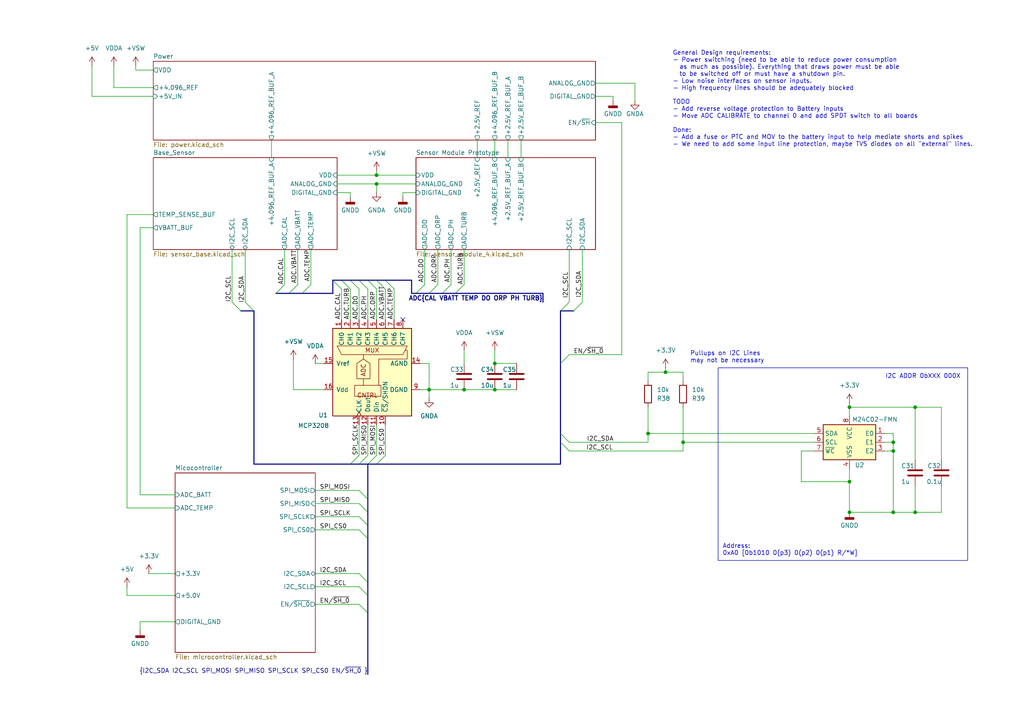
<source format=kicad_sch>
(kicad_sch (version 20231120) (generator "eeschema") (generator_version "8.0")
  (paper "A4")
  (lib_symbols
    (symbol "Analog_ADC:MCP3208" (pin_names (offset 1.016))
      (property "Reference" "U" (at -5.08 13.335 0))
      (property "Value" "MCP3208" (at -5.08 11.43 0))
      (symbol "MCP3208_0_0"
        (text "ADC" (at -0.635 1.27 0) (effects (font (size 1.27 1.27))))
        (text "CNTRL" (at 5.969 -2.921 900) (effects (font (size 1.27 1.27)) (justify left bottom)))
        (text "MUX" (at -6.35 -1.27 900) (effects (font (size 1.27 1.27))))
      )
      (symbol "MCP3208_0_1"
        (polyline (pts (xy -3.81 1.27) (xy -5.08 1.27)))
        (polyline (pts (xy 1.905 1.27) (xy 3.81 1.27)))
        (polyline (pts (xy -7.62 8.89) (xy -7.62 -11.43) (xy -5.08 -10.16) (xy -5.08 7.62) (xy -7.62 8.89)))
        (polyline (pts (xy 3.81 -3.175) (xy -3.81 -3.175) (xy -3.81 -11.43) (xy -6.35 -11.43) (xy -6.35 -10.795)))
        (polyline (pts (xy 1.905 3.175) (xy 1.905 -0.635) (xy -2.54 -0.635) (xy -3.81 1.27) (xy -2.54 3.175) (xy 1.905 3.175)))
        (rectangle (start 3.81 -3.81) (end 6.985 3.81))
        (rectangle (start 12.7 -12.7) (end -12.7 10.16) (stroke (width 0.254)) (fill (type background)))
      )
      (symbol "MCP3208_1_1"
        (pin input line (at -15.24 7.62 0) (length 2.54) (name "CH0") (number "1"))
        (pin input line (at 15.24 -5.08 180) (length 2.54) (name "~{CS}/SHDN") (number "10"))
        (pin input line (at 15.24 -2.54 180) (length 2.54) (name "Din") (number "11"))
        (pin output line (at 15.24 0 180) (length 2.54) (name "Dout") (number "12"))
        (pin input clock (at 15.24 2.54 180) (length 2.54) (name "CLK") (number "13"))
        (pin power_in line (at -2.54 -15.24 90) (length 2.54) (name "AGND") (number "14"))
        (pin power_in line (at -2.54 12.7 270) (length 2.54) (name "Vref") (number "15"))
        (pin power_in line (at 5.08 12.7 270) (length 2.54) (name "Vdd") (number "16"))
        (pin input line (at -15.24 5.08 0) (length 2.54) (name "CH1") (number "2"))
        (pin input line (at -15.24 2.54 0) (length 2.54) (name "CH2") (number "3"))
        (pin input line (at -15.24 0 0) (length 2.54) (name "CH3") (number "4"))
        (pin input line (at -15.24 -2.54 0) (length 2.54) (name "CH4") (number "5"))
        (pin input line (at -15.24 -5.08 0) (length 2.54) (name "CH5") (number "6"))
        (pin input line (at -15.24 -7.62 0) (length 2.54) (name "CH6") (number "7"))
        (pin input line (at -15.24 -10.16 0) (length 2.54) (name "CH7") (number "8"))
        (pin power_in line (at 5.08 -15.24 90) (length 2.54) (name "DGND") (number "9"))
      )
    )
    (symbol "Device:C" (pin_numbers hide) (pin_names (offset 0.254))
      (property "Reference" "C" (at 0.635 2.54 0))
      (property "Value" "C" (at 0.635 -2.54 0))
      (symbol "C_0_1"
        (polyline (pts (xy -2.032 -0.762) (xy 2.032 -0.762)) (stroke (width 0.508)))
        (polyline (pts (xy -2.032 0.762) (xy 2.032 0.762)) (stroke (width 0.508)))
      )
      (symbol "C_1_1"
        (pin passive line (at 0 3.81 270) (length 2.794) (name "~") (number "1"))
        (pin passive line (at 0 -3.81 90) (length 2.794) (name "~") (number "2"))
      )
    )
    (symbol "Device:R" (pin_numbers hide) (pin_names (offset 0))
      (property "Reference" "R" (at 2.032 0 90))
      (property "Value" "R" (at 0 0 90))
      (symbol "R_0_1"
        (rectangle (start -1.016 -2.54) (end 1.016 2.54) (stroke (width 0.254)))
      )
      (symbol "R_1_1"
        (pin passive line (at 0 3.81 270) (length 1.27) (name "~") (number "1"))
        (pin passive line (at 0 -3.81 90) (length 1.27) (name "~") (number "2"))
      )
    )
    (symbol "Memory_EEPROM:M24C02-FMN"
      (property "Reference" "U" (at -6.35 6.35 0))
      (property "Value" "M24C02-FMN" (at 7.62 6.35 0))
      (symbol "M24C02-FMN_0_1"
        (rectangle (start -7.62 5.08) (end 7.62 -5.08) (stroke (width 0.254)) (fill (type background)))
      )
      (symbol "M24C02-FMN_1_1"
        (pin input line (at -10.16 2.54 0) (length 2.54) (name "E0") (number "1"))
        (pin input line (at -10.16 0 0) (length 2.54) (name "E1") (number "2"))
        (pin input line (at -10.16 -2.54 0) (length 2.54) (name "E2") (number "3"))
        (pin power_in line (at 0 -7.62 90) (length 2.54) (name "VSS") (number "4"))
        (pin bidirectional line (at 10.16 2.54 180) (length 2.54) (name "SDA") (number "5"))
        (pin input line (at 10.16 0 180) (length 2.54) (name "SCL") (number "6"))
        (pin input line (at 10.16 -2.54 180) (length 2.54) (name "~{WC}") (number "7"))
        (pin power_in line (at 0 7.62 270) (length 2.54) (name "VCC") (number "8"))
      )
    )
    (symbol "power:+3.3V" (power) (pin_numbers hide) (pin_names (offset 0) hide)
      (property "Value" "+3.3V" (at 0 3.556 0))
      (symbol "+3.3V_0_1"
        (polyline (pts (xy -0.762 1.27) (xy 0 2.54)))
        (polyline (pts (xy 0 0) (xy 0 2.54)))
        (polyline (pts (xy 0 2.54) (xy 0.762 1.27)))
      )
      (symbol "+3.3V_1_1"
        (pin power_in line (at 0 0 90) (length 0) (name "~") (number "1"))
      )
    )
    (symbol "power:+5V" (power) (pin_numbers hide) (pin_names (offset 0) hide)
      (property "Value" "+5V" (at 0 3.556 0))
      (symbol "+5V_0_1"
        (polyline (pts (xy -0.762 1.27) (xy 0 2.54)))
        (polyline (pts (xy 0 0) (xy 0 2.54)))
        (polyline (pts (xy 0 2.54) (xy 0.762 1.27)))
      )
      (symbol "+5V_1_1"
        (pin power_in line (at 0 0 90) (length 0) (name "~") (number "1"))
      )
    )
    (symbol "power:+VSW" (power) (pin_numbers hide) (pin_names (offset 0) hide)
      (property "Value" "+VSW" (at 0 3.556 0))
      (symbol "+VSW_0_1"
        (polyline (pts (xy -0.762 1.27) (xy 0 2.54)))
        (polyline (pts (xy 0 0) (xy 0 2.54)))
        (polyline (pts (xy 0 2.54) (xy 0.762 1.27)))
      )
      (symbol "+VSW_1_1"
        (pin power_in line (at 0 0 90) (length 0) (name "~") (number "1"))
      )
    )
    (symbol "power:GNDA" (power) (pin_numbers hide) (pin_names (offset 0) hide)
      (property "Value" "GNDA" (at 0 -3.81 0))
      (symbol "GNDA_0_1"
        (polyline (pts (xy 0 0) (xy 0 -1.27) (xy 1.27 -1.27) (xy 0 -2.54) (xy -1.27 -1.27) (xy 0 -1.27)))
      )
      (symbol "GNDA_1_1"
        (pin power_in line (at 0 0 270) (length 0) (name "~") (number "1"))
      )
    )
    (symbol "power:GNDD" (power) (pin_numbers hide) (pin_names (offset 0) hide)
      (property "Value" "GNDD" (at 0 -3.175 0))
      (symbol "GNDD_0_1"
        (rectangle (start -1.27 -1.524) (end 1.27 -2.032) (stroke (width 0.254)) (fill (type outline)))
        (polyline (pts (xy 0 0) (xy 0 -1.524)))
      )
      (symbol "GNDD_1_1"
        (pin power_in line (at 0 0 270) (length 0) (name "~") (number "1"))
      )
    )
    (symbol "power:VDDA" (power) (pin_numbers hide) (pin_names (offset 0) hide)
      (property "Value" "VDDA" (at 0 3.556 0))
      (symbol "VDDA_0_1"
        (polyline (pts (xy -0.762 1.27) (xy 0 2.54)))
        (polyline (pts (xy 0 0) (xy 0 2.54)))
        (polyline (pts (xy 0 2.54) (xy 0.762 1.27)))
      )
      (symbol "VDDA_1_1"
        (pin power_in line (at 0 0 90) (length 0) (name "~") (number "1"))
      )
    )
  )
  (junction (at 143.51 113.03))
  (junction (at 246.38 148.59))
  (junction (at 259.08 128.27))
  (junction (at 246.38 118.11))
  (junction (at 265.43 118.11))
  (junction (at 265.43 148.59))
  (junction (at 193.04 107.95))
  (junction (at 109.22 50.8))
  (junction (at 246.38 139.7))
  (junction (at 187.96 125.73))
  (junction (at 259.08 148.59))
  (junction (at 198.12 128.27))
  (junction (at 259.08 130.81))
  (junction (at 143.51 105.41))
  (junction (at 109.22 53.34))
  (junction (at 124.46 113.03))
  (junction (at 134.62 113.03))
  (no_connect (at 116.84 92.71))
  (bus_entry (at 162.56 90.17) (size 2.54 -2.54))
  (bus_entry (at 106.68 177.8) (size -2.54 -2.54))
  (bus_entry (at 106.68 152.4) (size -2.54 -2.54))
  (bus_entry (at 69.85 90.17) (size -2.54 -2.54))
  (bus_entry (at 99.06 81.28) (size 2.54 2.54))
  (bus_entry (at 104.14 81.28) (size 2.54 2.54))
  (bus_entry (at 83.82 85.09) (size 2.54 -2.54))
  (bus_entry (at 106.68 168.91) (size -2.54 -2.54))
  (bus_entry (at 124.46 85.09) (size 2.54 -2.54))
  (bus_entry (at 109.22 134.62) (size 2.54 -2.54))
  (bus_entry (at 120.65 85.09) (size 2.54 -2.54))
  (bus_entry (at 87.63 85.09) (size 2.54 -2.54))
  (bus_entry (at 132.08 85.09) (size 2.54 -2.54))
  (bus_entry (at 104.14 134.62) (size 2.54 -2.54))
  (bus_entry (at 162.56 105.41) (size 2.54 -2.54))
  (bus_entry (at 73.66 90.17) (size -2.54 -2.54))
  (bus_entry (at 109.22 81.28) (size 2.54 2.54))
  (bus_entry (at 162.56 128.27) (size 2.54 2.54))
  (bus_entry (at 106.68 134.62) (size 2.54 -2.54))
  (bus_entry (at 166.37 90.17) (size 2.54 -2.54))
  (bus_entry (at 101.6 81.28) (size 2.54 2.54))
  (bus_entry (at 162.56 125.73) (size 2.54 2.54))
  (bus_entry (at 106.68 156.21) (size -2.54 -2.54))
  (bus_entry (at 106.68 144.78) (size -2.54 -2.54))
  (bus_entry (at 80.01 85.09) (size 2.54 -2.54))
  (bus_entry (at 96.52 81.28) (size 2.54 2.54))
  (bus_entry (at 106.68 81.28) (size 2.54 2.54))
  (bus_entry (at 106.68 172.72) (size -2.54 -2.54))
  (bus_entry (at 106.68 148.59) (size -2.54 -2.54))
  (bus_entry (at 101.6 134.62) (size 2.54 -2.54))
  (bus_entry (at 111.76 81.28) (size 2.54 2.54))
  (bus_entry (at 128.27 85.09) (size 2.54 -2.54))
  (wire (pts (xy 26.67 19.05) (xy 26.67 27.94)))
  (wire (pts (xy 130.81 72.39) (xy 130.81 82.55)))
  (wire (pts (xy 109.22 132.08) (xy 109.22 123.19)))
  (bus (pts (xy 162.56 105.41) (xy 162.56 125.73)))
  (wire (pts (xy 86.36 72.39) (xy 86.36 82.55)))
  (wire (pts (xy 40.64 66.04) (xy 44.45 66.04)))
  (wire (pts (xy 259.08 130.81) (xy 256.54 130.81)))
  (bus (pts (xy 132.08 85.09) (xy 157.48 85.09)))
  (wire (pts (xy 193.04 107.95) (xy 198.12 107.95)))
  (wire (pts (xy 187.96 110.49) (xy 187.96 107.95)))
  (wire (pts (xy 124.46 113.03) (xy 121.92 113.03)))
  (wire (pts (xy 187.96 125.73) (xy 236.22 125.73)))
  (wire (pts (xy 246.38 135.89) (xy 246.38 139.7)))
  (wire (pts (xy 246.38 139.7) (xy 246.38 148.59)))
  (bus (pts (xy 80.01 85.09) (xy 83.82 85.09)))
  (bus (pts (xy 119.38 81.28) (xy 111.76 81.28)))
  (wire (pts (xy 147.32 40.64) (xy 147.32 45.72)))
  (wire (pts (xy 273.05 133.35) (xy 273.05 118.11)))
  (bus (pts (xy 104.14 134.62) (xy 101.6 134.62)))
  (wire (pts (xy 114.3 83.82) (xy 114.3 92.71)))
  (wire (pts (xy 180.34 35.56) (xy 180.34 102.87)))
  (wire (pts (xy 143.51 113.03) (xy 149.86 113.03)))
  (wire (pts (xy 44.45 20.32) (xy 39.37 20.32)))
  (wire (pts (xy 232.41 139.7) (xy 246.38 139.7)))
  (bus (pts (xy 157.48 87.63) (xy 157.48 85.09)))
  (wire (pts (xy 168.91 72.39) (xy 168.91 87.63)))
  (wire (pts (xy 259.08 128.27) (xy 259.08 130.81)))
  (wire (pts (xy 82.55 72.39) (xy 82.55 82.55)))
  (wire (pts (xy 85.09 104.14) (xy 85.09 113.03)))
  (wire (pts (xy 99.06 83.82) (xy 99.06 92.71)))
  (wire (pts (xy 109.22 49.53) (xy 109.22 50.8)))
  (wire (pts (xy 127 72.39) (xy 127 82.55)))
  (wire (pts (xy 91.44 166.37) (xy 104.14 166.37)))
  (wire (pts (xy 91.44 170.18) (xy 104.14 170.18)))
  (wire (pts (xy 101.6 57.15) (xy 101.6 55.88)))
  (wire (pts (xy 124.46 113.03) (xy 124.46 105.41)))
  (wire (pts (xy 143.51 101.6) (xy 143.51 105.41)))
  (wire (pts (xy 187.96 107.95) (xy 193.04 107.95)))
  (wire (pts (xy 259.08 125.73) (xy 259.08 128.27)))
  (bus (pts (xy 101.6 81.28) (xy 104.14 81.28)))
  (wire (pts (xy 265.43 140.97) (xy 265.43 148.59)))
  (wire (pts (xy 106.68 132.08) (xy 106.68 123.19)))
  (wire (pts (xy 265.43 133.35) (xy 265.43 118.11)))
  (bus (pts (xy 124.46 85.09) (xy 128.27 85.09)))
  (wire (pts (xy 40.64 143.51) (xy 50.8 143.51)))
  (bus (pts (xy 106.68 152.4) (xy 106.68 156.21)))
  (bus (pts (xy 69.85 90.17) (xy 73.66 90.17)))
  (bus (pts (xy 106.68 134.62) (xy 104.14 134.62)))
  (wire (pts (xy 104.14 146.05) (xy 91.44 146.05)))
  (wire (pts (xy 36.83 147.32) (xy 36.83 62.23)))
  (wire (pts (xy 85.09 113.03) (xy 93.98 113.03)))
  (bus (pts (xy 83.82 85.09) (xy 87.63 85.09)))
  (wire (pts (xy 43.18 166.37) (xy 50.8 166.37)))
  (wire (pts (xy 165.1 72.39) (xy 165.1 87.63)))
  (wire (pts (xy 259.08 148.59) (xy 265.43 148.59)))
  (bus (pts (xy 106.68 177.8) (xy 106.68 195.58)))
  (wire (pts (xy 116.84 55.88) (xy 116.84 57.15)))
  (wire (pts (xy 246.38 148.59) (xy 259.08 148.59)))
  (bus (pts (xy 162.56 128.27) (xy 162.56 134.62)))
  (bus (pts (xy 106.68 144.78) (xy 106.68 148.59)))
  (bus (pts (xy 162.56 125.73) (xy 162.56 128.27)))
  (wire (pts (xy 193.04 107.95) (xy 193.04 106.68)))
  (wire (pts (xy 165.1 102.87) (xy 180.34 102.87)))
  (wire (pts (xy 180.34 35.56) (xy 172.72 35.56)))
  (bus (pts (xy 106.68 134.62) (xy 106.68 144.78)))
  (wire (pts (xy 187.96 128.27) (xy 187.96 125.73)))
  (wire (pts (xy 111.76 123.19) (xy 111.76 132.08)))
  (wire (pts (xy 91.44 153.67) (xy 104.14 153.67)))
  (wire (pts (xy 36.83 62.23) (xy 44.45 62.23)))
  (wire (pts (xy 165.1 130.81) (xy 198.12 130.81)))
  (bus (pts (xy 119.38 85.09) (xy 119.38 81.28)))
  (wire (pts (xy 50.8 172.72) (xy 36.83 172.72)))
  (wire (pts (xy 198.12 128.27) (xy 236.22 128.27)))
  (bus (pts (xy 96.52 81.28) (xy 99.06 81.28)))
  (wire (pts (xy 109.22 50.8) (xy 97.79 50.8)))
  (bus (pts (xy 120.65 85.09) (xy 124.46 85.09)))
  (wire (pts (xy 198.12 118.11) (xy 198.12 128.27)))
  (wire (pts (xy 93.98 105.41) (xy 91.44 105.41)))
  (wire (pts (xy 36.83 172.72) (xy 36.83 170.18)))
  (wire (pts (xy 91.44 142.24) (xy 104.14 142.24)))
  (wire (pts (xy 124.46 113.03) (xy 124.46 115.57)))
  (wire (pts (xy 198.12 130.81) (xy 198.12 128.27)))
  (wire (pts (xy 44.45 25.4) (xy 33.02 25.4)))
  (wire (pts (xy 259.08 128.27) (xy 256.54 128.27)))
  (bus (pts (xy 162.56 105.41) (xy 162.56 90.17)))
  (bus (pts (xy 106.68 148.59) (xy 106.68 152.4)))
  (wire (pts (xy 104.14 83.82) (xy 104.14 92.71)))
  (wire (pts (xy 50.8 147.32) (xy 36.83 147.32)))
  (bus (pts (xy 109.22 81.28) (xy 111.76 81.28)))
  (bus (pts (xy 73.66 134.62) (xy 73.66 90.17)))
  (wire (pts (xy 44.45 27.94) (xy 26.67 27.94)))
  (wire (pts (xy 198.12 107.95) (xy 198.12 110.49)))
  (wire (pts (xy 39.37 20.32) (xy 39.37 19.05)))
  (wire (pts (xy 273.05 118.11) (xy 265.43 118.11)))
  (wire (pts (xy 143.51 105.41) (xy 149.86 105.41)))
  (wire (pts (xy 97.79 55.88) (xy 101.6 55.88)))
  (wire (pts (xy 177.8 27.94) (xy 172.72 27.94)))
  (wire (pts (xy 123.19 72.39) (xy 123.19 82.55)))
  (bus (pts (xy 106.68 81.28) (xy 109.22 81.28)))
  (wire (pts (xy 184.15 24.13) (xy 172.72 24.13)))
  (wire (pts (xy 246.38 118.11) (xy 246.38 120.65)))
  (bus (pts (xy 109.22 134.62) (xy 106.68 134.62)))
  (bus (pts (xy 106.68 168.91) (xy 106.68 172.72)))
  (wire (pts (xy 232.41 130.81) (xy 232.41 139.7)))
  (wire (pts (xy 67.31 72.39) (xy 67.31 87.63)))
  (bus (pts (xy 162.56 90.17) (xy 166.37 90.17)))
  (wire (pts (xy 40.64 66.04) (xy 40.64 143.51)))
  (wire (pts (xy 165.1 128.27) (xy 187.96 128.27)))
  (wire (pts (xy 265.43 118.11) (xy 246.38 118.11)))
  (wire (pts (xy 104.14 132.08) (xy 104.14 123.19)))
  (wire (pts (xy 143.51 40.64) (xy 143.51 45.72)))
  (wire (pts (xy 259.08 148.59) (xy 259.08 130.81)))
  (wire (pts (xy 109.22 53.34) (xy 120.65 53.34)))
  (wire (pts (xy 124.46 113.03) (xy 134.62 113.03)))
  (wire (pts (xy 109.22 83.82) (xy 109.22 92.71)))
  (bus (pts (xy 87.63 85.09) (xy 96.52 85.09)))
  (wire (pts (xy 111.76 83.82) (xy 111.76 92.71)))
  (wire (pts (xy 109.22 55.88) (xy 109.22 53.34)))
  (wire (pts (xy 124.46 105.41) (xy 121.92 105.41)))
  (bus (pts (xy 101.6 134.62) (xy 73.66 134.62)))
  (wire (pts (xy 90.17 72.39) (xy 90.17 82.55)))
  (wire (pts (xy 101.6 83.82) (xy 101.6 92.71)))
  (wire (pts (xy 177.8 27.94) (xy 177.8 29.21)))
  (wire (pts (xy 273.05 140.97) (xy 273.05 148.59)))
  (wire (pts (xy 187.96 118.11) (xy 187.96 125.73)))
  (bus (pts (xy 119.38 85.09) (xy 120.65 85.09)))
  (wire (pts (xy 33.02 25.4) (xy 33.02 19.05)))
  (wire (pts (xy 106.68 83.82) (xy 106.68 92.71)))
  (wire (pts (xy 134.62 113.03) (xy 143.51 113.03)))
  (wire (pts (xy 138.43 40.64) (xy 138.43 45.72)))
  (wire (pts (xy 71.12 72.39) (xy 71.12 87.63)))
  (bus (pts (xy 96.52 85.09) (xy 96.52 81.28)))
  (bus (pts (xy 106.68 172.72) (xy 106.68 177.8)))
  (wire (pts (xy 91.44 175.26) (xy 104.14 175.26)))
  (bus (pts (xy 106.68 156.21) (xy 106.68 168.91)))
  (wire (pts (xy 40.64 180.34) (xy 40.64 182.88)))
  (wire (pts (xy 134.62 72.39) (xy 134.62 82.55)))
  (wire (pts (xy 134.62 101.6) (xy 134.62 105.41)))
  (wire (pts (xy 116.84 55.88) (xy 120.65 55.88)))
  (wire (pts (xy 236.22 130.81) (xy 232.41 130.81)))
  (wire (pts (xy 50.8 180.34) (xy 40.64 180.34)))
  (bus (pts (xy 104.14 81.28) (xy 106.68 81.28)))
  (wire (pts (xy 78.74 40.64) (xy 78.74 45.72)))
  (bus (pts (xy 99.06 81.28) (xy 101.6 81.28)))
  (wire (pts (xy 97.79 53.34) (xy 109.22 53.34)))
  (bus (pts (xy 128.27 85.09) (xy 132.08 85.09)))
  (wire (pts (xy 109.22 50.8) (xy 120.65 50.8)))
  (wire (pts (xy 104.14 149.86) (xy 91.44 149.86)))
  (bus (pts (xy 109.22 134.62) (xy 162.56 134.62)))
  (wire (pts (xy 273.05 148.59) (xy 265.43 148.59)))
  (wire (pts (xy 259.08 125.73) (xy 256.54 125.73)))
  (wire (pts (xy 246.38 116.84) (xy 246.38 118.11)))
  (wire (pts (xy 184.15 24.13) (xy 184.15 29.21)))
  (wire (pts (xy 151.13 40.64) (xy 151.13 45.72)))
  (rectangle (start 208.28 106.68) (end 280.67 162.56))
  (text "I2C ADDR 0bXXX 000X" (at 267.716 109.22 0) (effects (font (size 1.27 1.27))))
  (text "Address:\n0xA0 [0b1010 0(p3) 0(p2) 0(p1) R/*W]\n" (at 209.55 159.512 0) (effects (font (size 1.27 1.27)) (justify left)))
  (text "TODO\n- Add reverse voltage protection to Battery inputs\n- Move ADC CALIBRATE to channel 0 and add SPDT switch to all boards\n\nDone:\n- Add a fuse or PTC and MOV to the battery input to help mediate shorts and spikes\n- We need to add some input line protection, maybe TVS diodes on all \"external\" lines.\n" (at 195.072 35.814 0) (effects (font (size 1.27 1.27)) (justify left)))
  (text "Pullups on I2C Lines\nmay not be necessary\n" (at 200.152 103.632 0) (effects (font (size 1.27 1.27)) (justify left)))
  (text "General Design requirements:\n- Power switching (need to be able to reduce power consumption \n  as much as possible). Everything that draws power must be able \n  to be switched off or must have a shutdown pin.\n- Low noise interfaces on sensor inputs.\n- High frequency lines should be adequately blocked" (at 195.072 20.574 0) (effects (font (size 1.27 1.27)) (justify left)))
  (label "ADC.DO" (at 123.19 74.93 270))
  (label "I2C_SDA" (at 170.18 128.27 0))
  (label "I2C_SCL" (at 177.8 130.81 180))
  (label "ADC.VBATT" (at 86.36 72.39 270))
  (label "I2C_SDA" (at 92.71 166.37 0))
  (label "I2C_SDA" (at 71.12 80.01 270))
  (label "ADC.ORP" (at 127 73.66 270))
  (label "I2C_SCL" (at 67.31 87.63 90))
  (label "ADC.TURB" (at 134.62 82.55 90))
  (label "EN{slash}~{SH_0}" (at 166.37 102.87 0))
  (label "SPI_MOSI" (at 92.71 142.24 0))
  (label "I2C_SCL" (at 165.1 78.74 270))
  (label "I2C_SDA" (at 168.91 86.36 90))
  (label "ADC.VBATT" (at 111.76 92.71 90))
  (label "ADC.CAL" (at 82.55 82.55 90))
  (label "SPI_MISO" (at 92.71 146.05 0))
  (label "SPI_SCLK" (at 92.71 149.86 0))
  (label "{I2C_SDA I2C_SCL SPI_MOSI SPI_MISO SPI_SCLK SPI_CS0 EN{slash}~{SH_0} }" (at 106.68 195.58 180))
  (label "SPI_MOSI" (at 109.22 132.08 90))
  (label "ADC.ORP" (at 109.22 92.71 90))
  (label "ADC.PH" (at 106.68 92.71 90))
  (label "ADC.TEMP" (at 90.17 72.39 270))
  (label "SPI_SCLK" (at 104.14 132.08 90))
  (label "SPI_CS0" (at 111.76 132.08 90))
  (label "SPI_CS0" (at 92.71 153.67 0))
  (label "ADC.TEMP" (at 114.3 92.71 90))
  (label "ADC{CAL VBATT TEMP DO ORP PH TURB}" (at 157.48 87.63 180) (effects (font (thickness 0.254) (bold yes))))
  (label "ADC.CAL" (at 99.06 92.71 90))
  (label "ADC.PH" (at 130.81 74.93 270))
  (label "SPI_MISO" (at 106.68 132.08 90))
  (label "EN{slash}~{SH_0}" (at 92.71 175.26 0))
  (label "ADC.DO" (at 104.14 92.71 90))
  (label "ADC.TURB" (at 101.6 92.71 90))
  (label "I2C_SCL" (at 92.71 170.18 0))
  (symbol (lib_id "power:GNDD") (at 246.38 148.59 0) (unit 1)
    (property "Reference" "#PWR8" (effects (hide yes)))
    (property "Value" "GNDD" (at 246.38 152.4 0))
    (property "Description" "Power symbol creates a global label with name \"GNDD\" , digital ground" (effects (hide yes)))
  )
  (symbol (lib_id "power:+3.3V") (at 43.18 166.37 0) (unit 1)
    (property "Reference" "#PWR3" (effects (hide yes)))
    (property "Value" "+3.3V" (at 43.18 161.29 0))
    (property "Description" "Power symbol creates a global label with name \"+3.3V\"" (effects (hide yes)))
  )
  (symbol (lib_id "power:+3.3V") (at 193.04 106.68 0) (unit 1)
    (property "Reference" "#PWR13" (effects (hide yes)))
    (property "Value" "+3.3V" (at 193.04 101.6 0))
    (property "Description" "Power symbol creates a global label with name \"+3.3V\"" (effects (hide yes)))
  )
  (symbol (lib_id "Device:C") (at 149.86 109.22 0) (unit 1)
    (property "Reference" "C35" (at 145.796 107.188 0) (effects (justify left)))
    (property "Value" "1u" (at 145.796 111.76 0) (effects (justify left)))
    (property "Footprint" "Capacitor_SMD:C_1210_3225Metric_Pad1.33x2.70mm_HandSolder" (effects (hide yes)))
    (property "Description" "Unpolarized capacitor" (effects (hide yes)))
  )
  (symbol (lib_id "power:+VSW") (at 143.51 101.6 0) (unit 1)
    (property "Reference" "#PWR21" (effects (hide yes)))
    (property "Value" "+VSW" (at 143.51 96.52 0))
    (property "Description" "Power symbol creates a global label with name \"+VSW\"" (effects (hide yes)))
  )
  (symbol (lib_id "power:VDDA") (at 33.02 19.05 0) (unit 1)
    (property "Reference" "#PWR19" (effects (hide yes)))
    (property "Value" "VDDA" (at 33.02 13.97 0))
    (property "Description" "Power symbol creates a global label with name \"VDDA\"" (effects (hide yes)))
  )
  (symbol (lib_id "Memory_EEPROM:M24C02-FMN") (at 246.38 128.27 0) (mirror y) (unit 1)
    (property "Reference" "U2" (at 250.698 134.874 0) (effects (justify left)))
    (property "Value" "M24C02-FMN" (at 260.35 121.666 0) (effects (justify left)))
    (property "Footprint" "Package_SO:SOIC-8_3.9x4.9mm_P1.27mm" (effects (hide yes)))
    (property "Datasheet" "http://www.st.com/content/ccc/resource/technical/document/datasheet/b0/d8/50/40/5a/85/49/6f/DM00071904.pdf/files/DM00071904.pdf/jcr:content/translations/en.DM00071904.pdf" (effects (hide yes)))
    (property "Description" "2Kb (256x8) I2C Serial EEPROM, 1.6-5.5V, SOIC-8" (effects (hide yes)))
  )
  (symbol (lib_id "Device:R") (at 187.96 114.3 0) (mirror x) (unit 1)
    (property "Reference" "R38" (at 190.5 115.5701 0) (effects (justify left)))
    (property "Value" "10k" (at 190.5 113.0301 0) (effects (justify left)))
    (property "Footprint" "Resistor_SMD:R_1210_3225Metric_Pad1.30x2.65mm_HandSolder" (effects (hide yes)))
    (property "Description" "Resistor" (effects (hide yes)))
  )
  (symbol (lib_id "power:+5V") (at 36.83 170.18 0) (unit 1)
    (property "Reference" "#PWR4" (effects (hide yes)))
    (property "Value" "+5V" (at 36.83 165.1 0))
    (property "Description" "Power symbol creates a global label with name \"+5V\"" (effects (hide yes)))
  )
  (symbol (lib_id "power:+3.3V") (at 246.38 116.84 0) (unit 1)
    (property "Reference" "#PWR6" (effects (hide yes)))
    (property "Value" "+3.3V" (at 246.38 111.76 0))
    (property "Description" "Power symbol creates a global label with name \"+3.3V\"" (effects (hide yes)))
  )
  (symbol (lib_id "power:GNDA") (at 184.15 29.21 0) (unit 1)
    (property "Reference" "#PWR25" (effects (hide yes)))
    (property "Value" "GNDA" (at 184.15 33.02 0))
    (property "Description" "Power symbol creates a global label with name \"GNDA\" , analog ground" (effects (hide yes)))
  )
  (symbol (lib_id "power:GNDA") (at 124.46 115.57 0) (unit 1)
    (property "Reference" "#PWR14" (effects (hide yes)))
    (property "Value" "GNDA" (at 124.46 120.65 0))
    (property "Description" "Power symbol creates a global label with name \"GNDA\" , analog ground" (effects (hide yes)))
  )
  (symbol (lib_id "power:+VSW") (at 109.22 49.53 0) (unit 1)
    (property "Reference" "#PWR11" (effects (hide yes)))
    (property "Value" "+VSW" (at 109.22 44.45 0))
    (property "Description" "Power symbol creates a global label with name \"+VSW\"" (effects (hide yes)))
  )
  (symbol (lib_id "Device:R") (at 198.12 114.3 0) (mirror x) (unit 1)
    (property "Reference" "R39" (at 200.66 115.5701 0) (effects (justify left)))
    (property "Value" "10k" (at 200.66 113.0301 0) (effects (justify left)))
    (property "Footprint" "Resistor_SMD:R_1210_3225Metric_Pad1.30x2.65mm_HandSolder" (effects (hide yes)))
    (property "Description" "Resistor" (effects (hide yes)))
  )
  (symbol (lib_id "Device:C") (at 273.05 137.16 0) (unit 1)
    (property "Reference" "C32" (at 268.986 135.128 0) (effects (justify left)))
    (property "Value" "0.1u" (at 268.732 139.7 0) (effects (justify left)))
    (property "Footprint" "Capacitor_SMD:C_1210_3225Metric_Pad1.33x2.70mm_HandSolder" (effects (hide yes)))
    (property "Description" "Unpolarized capacitor" (effects (hide yes)))
  )
  (symbol (lib_id "power:VDDA") (at 91.44 105.41 0) (unit 1)
    (property "Reference" "#PWR9" (effects (hide yes)))
    (property "Value" "VDDA" (at 91.44 100.33 0))
    (property "Description" "Power symbol creates a global label with name \"VDDA\"" (effects (hide yes)))
  )
  (symbol (lib_id "Device:C") (at 143.51 109.22 0) (unit 1)
    (property "Reference" "C34" (at 139.446 107.188 0) (effects (justify left)))
    (property "Value" "10u" (at 139.446 111.76 0) (effects (justify left)))
    (property "Footprint" "Capacitor_SMD:C_1210_3225Metric_Pad1.33x2.70mm_HandSolder" (effects (hide yes)))
    (property "Description" "Unpolarized capacitor" (effects (hide yes)))
  )
  (symbol (lib_id "Device:C") (at 265.43 137.16 0) (unit 1)
    (property "Reference" "C31" (at 261.366 135.128 0) (effects (justify left)))
    (property "Value" "1u" (at 261.366 139.7 0) (effects (justify left)))
    (property "Footprint" "Capacitor_SMD:C_1210_3225Metric_Pad1.33x2.70mm_HandSolder" (effects (hide yes)))
    (property "Description" "Unpolarized capacitor" (effects (hide yes)))
  )
  (symbol (lib_id "power:VDDA") (at 134.62 101.6 0) (unit 1)
    (property "Reference" "#PWR12" (effects (hide yes)))
    (property "Value" "VDDA" (at 134.62 96.52 0))
    (property "Description" "Power symbol creates a global label with name \"VDDA\"" (effects (hide yes)))
  )
  (symbol (lib_id "power:GNDD") (at 177.8 29.21 0) (unit 1)
    (property "Reference" "#PWR24" (effects (hide yes)))
    (property "Value" "GNDD" (at 177.8 33.02 0))
    (property "Description" "Power symbol creates a global label with name \"GNDD\" , digital ground" (effects (hide yes)))
  )
  (symbol (lib_id "Device:C") (at 134.62 109.22 0) (unit 1)
    (property "Reference" "C33" (at 130.556 107.188 0) (effects (justify left)))
    (property "Value" "1u" (at 130.556 111.76 0) (effects (justify left)))
    (property "Footprint" "Capacitor_SMD:C_1210_3225Metric_Pad1.33x2.70mm_HandSolder" (effects (hide yes)))
    (property "Description" "Unpolarized capacitor" (effects (hide yes)))
  )
  (symbol (lib_id "power:+VSW") (at 39.37 19.05 0) (unit 1)
    (property "Reference" "#PWR28" (effects (hide yes)))
    (property "Value" "+VSW" (at 39.37 13.97 0))
    (property "Description" "Power symbol creates a global label with name \"+VSW\"" (effects (hide yes)))
  )
  (symbol (lib_id "Analog_ADC:MCP3208") (at 106.68 107.95 90) (mirror x) (unit 1)
    (property "Reference" "U1" (at 93.726 120.396 90))
    (property "Value" "MCP3208" (at 90.932 123.444 90))
    (property "Footprint" "Package_SO:SOIC-16_3.9x9.9mm_P1.27mm" (effects (hide yes)))
    (property "Datasheet" "http://ww1.microchip.com/downloads/en/DeviceDoc/21298c.pdf" (effects (hide yes)))
    (property "Description" "A/D Converter, 12-Bit, 8-Channel, SPI Interface , 2.7V-5.5V" (effects (hide yes)))
  )
  (symbol (lib_id "power:+VSW") (at 85.09 104.14 0) (unit 1)
    (property "Reference" "#PWR20" (effects (hide yes)))
    (property "Value" "+VSW" (at 85.09 99.06 0))
    (property "Description" "Power symbol creates a global label with name \"+VSW\"" (effects (hide yes)))
  )
  (symbol (lib_id "power:GNDD") (at 116.84 57.15 0) (unit 1)
    (property "Reference" "#PWR7" (effects (hide yes)))
    (property "Value" "GNDD" (at 116.84 60.96 0))
    (property "Description" "Power symbol creates a global label with name \"GNDD\" , digital ground" (effects (hide yes)))
  )
  (symbol (lib_id "power:+5V") (at 26.67 19.05 0) (unit 1)
    (property "Reference" "#PWR5" (effects (hide yes)))
    (property "Value" "+5V" (at 26.67 13.97 0))
    (property "Description" "Power symbol creates a global label with name \"+5V\"" (effects (hide yes)))
  )
  (symbol (lib_id "power:GNDD") (at 40.64 182.88 0) (unit 1)
    (property "Reference" "#PWR2" (effects (hide yes)))
    (property "Value" "GNDD" (at 40.64 186.69 0))
    (property "Description" "Power symbol creates a global label with name \"GNDD\" , digital ground" (effects (hide yes)))
  )
  (symbol (lib_id "power:GNDD") (at 101.6 57.15 0) (unit 1)
    (property "Reference" "#PWR22" (effects (hide yes)))
    (property "Value" "GNDD" (at 101.6 60.96 0))
    (property "Description" "Power symbol creates a global label with name \"GNDD\" , digital ground" (effects (hide yes)))
  )
  (symbol (lib_id "power:GNDA") (at 109.22 55.88 0) (unit 1)
    (property "Reference" "#PWR23" (effects (hide yes)))
    (property "Value" "GNDA" (at 109.22 60.96 0))
    (property "Description" "Power symbol creates a global label with name \"GNDA\" , analog ground" (effects (hide yes)))
  )
  (sheet (at 44.45 17.78) (size 128.27 22.86) (stroke (width 0.1524))
    (property "Sheetname" "Power" (at 44.45 17.0684 0) (effects (justify left bottom)))
    (property "Sheetfile" "power.kicad_sch" (at 44.45 41.2246 0) (effects (justify left top)))
    (pin "ANALOG_GND" output (at 172.72 24.13 0))
    (pin "DIGITAL_GND" output (at 172.72 27.94 0))
    (pin "+2.5V_REF_BUF_B" output (at 151.13 40.64 270))
    (pin "+2.5V_REF_BUF_A" output (at 147.32 40.64 270))
    (pin "EN{slash}~{SH}" input (at 172.72 35.56 0))
    (pin "+4.096_REF" output (at 44.45 25.4 180))
    (pin "VDD" output (at 44.45 20.32 180))
    (pin "+4.096_REF_BUF_A" output (at 78.74 40.64 270))
    (pin "+2.5V_REF" output (at 138.43 40.64 270))
    (pin "+4.096_REF_BUF_B" output (at 143.51 40.64 270))
    (pin "+5V_IN" input (at 44.45 27.94 180))
  )
  (sheet (at 50.8 137.16) (size 40.64 52.07) (stroke (width 0.1524))
    (property "Sheetname" "Micocontroller" (at 50.8 136.4484 0) (effects (justify left bottom)))
    (property "Sheetfile" "microcontroller.kicad_sch" (at 50.8 189.8146 0) (effects (justify left top)))
    (pin "SPI_CS0" output (at 91.44 153.67 0))
    (pin "I2C_SCL" output (at 91.44 170.18 0))
    (pin "SPI_MISO" input (at 91.44 146.05 0))
    (pin "SPI_MOSI" output (at 91.44 142.24 0))
    (pin "I2C_SDA" bidirectional (at 91.44 166.37 0))
    (pin "SPI_SCLK" output (at 91.44 149.86 0))
    (pin "EN{slash}~{SH_0}" output (at 91.44 175.26 0))
    (pin "ADC_TEMP" input (at 50.8 147.32 180))
    (pin "ADC_BATT" input (at 50.8 143.51 180))
    (pin "DIGITAL_GND" output (at 50.8 180.34 180))
    (pin "+3.3V" output (at 50.8 166.37 180))
    (pin "+5.0V" output (at 50.8 172.72 180))
  )
  (sheet (at 120.65 45.72) (size 52.07 26.67) (stroke (width 0.1524))
    (property "Sheetname" "Sensor Module Prototype" (at 120.65 45.0084 0) (effects (justify left bottom)))
    (property "Sheetfile" "sensor_module_4.kicad_sch" (at 120.65 72.9746 0) (effects (justify left top)))
    (pin "+2.5V_REF_BUF_A" input (at 147.32 45.72 90))
    (pin "+2.5V_REF" input (at 138.43 45.72 90))
    (pin "+2.5V_REF_BUF_B" input (at 151.13 45.72 90))
    (pin "ADC_PH" output (at 130.81 72.39 270))
    (pin "ADC_DO" output (at 123.19 72.39 270))
    (pin "I2C_SCL" input (at 165.1 72.39 270))
    (pin "I2C_SDA" input (at 168.91 72.39 270))
    (pin "ADC_ORP" output (at 127 72.39 270))
    (pin "ADC_TURB" output (at 134.62 72.39 270))
    (pin "VDD" input (at 120.65 50.8 180))
    (pin "ANALOG_GND" input (at 120.65 53.34 180))
    (pin "DIGITAL_GND" input (at 120.65 55.88 180))
    (pin "+4.096_REF_BUF_B" input (at 143.51 45.72 90))
  )
  (sheet (at 44.45 45.72) (size 53.34 26.67) (stroke (width 0.1524))
    (property "Sheetname" "Base_Sensor" (at 44.45 45.0084 0) (effects (justify left bottom)))
    (property "Sheetfile" "sensor_base.kicad_sch" (at 44.45 72.9746 0) (effects (justify left top)))
    (pin "VDD" input (at 97.79 50.8 0))
    (pin "+4.096_REF_BUF_A" input (at 78.74 45.72 90))
    (pin "ADC_TEMP" output (at 90.17 72.39 270))
    (pin "TEMP_SENSE_BUF" output (at 44.45 62.23 180))
    (pin "I2C_SDA" bidirectional (at 71.12 72.39 270))
    (pin "I2C_SCL" bidirectional (at 67.31 72.39 270))
    (pin "ADC_VBATT" output (at 86.36 72.39 270))
    (pin "ADC_CAL" output (at 82.55 72.39 270))
    (pin "VBATT_BUF" output (at 44.45 66.04 180))
    (pin "ANALOG_GND" input (at 97.79 53.34 0))
    (pin "DIGITAL_GND" input (at 97.79 55.88 0))
  )
)
</source>
